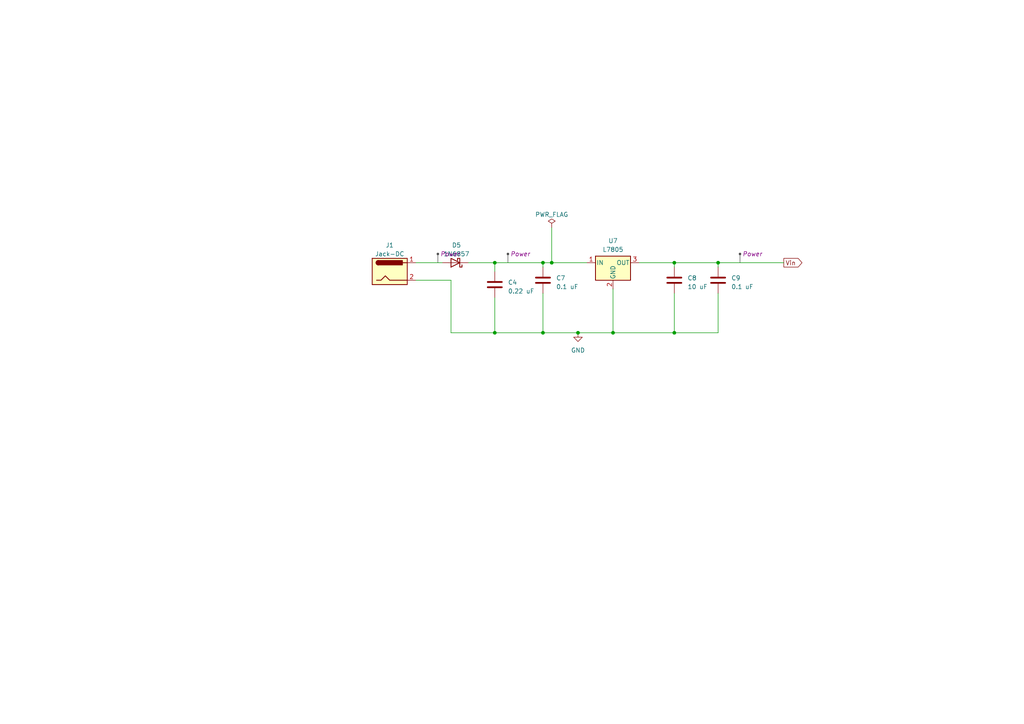
<source format=kicad_sch>
(kicad_sch (version 20230121) (generator eeschema)
  (paper "A4")
  (lib_symbols
    (symbol "Connector:Jack-DC" (pin_names (offset 1.016))
      (property "Reference" "J" (at 0 5.334 0))
      (property "Value" "Jack-DC" (at 0 -5.08 0))
      (symbol "Jack-DC_0_1"
        (rectangle (start -5.08 3.81) (end 5.08 -3.81) (stroke (width 0.254)) (fill (type background)))
        (arc (start -3.302 3.175) (mid -3.9343 2.54) (end -3.302 1.905) (stroke (width 0.254)))
        (arc (start -3.302 3.175) (mid -3.9343 2.54) (end -3.302 1.905) (stroke (width 0.254)) (fill (type outline)))
        (polyline (pts (xy 5.08 2.54) (xy 3.81 2.54)) (stroke (width 0.254)))
        (polyline (pts (xy -3.81 -2.54) (xy -2.54 -2.54) (xy -1.27 -1.27) (xy 0 -2.54) (xy 2.54 -2.54) (xy 5.08 -2.54)) (stroke (width 0.254)))
        (rectangle (start 3.683 3.175) (end -3.302 1.905) (stroke (width 0.254)) (fill (type outline)))
      )
      (symbol "Jack-DC_1_1"
        (pin passive line (at 7.62 2.54 180) (length 2.54) (name "~") (number "1"))
        (pin passive line (at 7.62 -2.54 180) (length 2.54) (name "~") (number "2"))
      )
    )
    (symbol "Device:C" (pin_numbers hide) (pin_names (offset 0.254))
      (property "Reference" "C" (at 0.635 2.54 0))
      (property "Value" "C" (at 0.635 -2.54 0))
      (symbol "C_0_1"
        (polyline (pts (xy -2.032 -0.762) (xy 2.032 -0.762)) (stroke (width 0.508)))
        (polyline (pts (xy -2.032 0.762) (xy 2.032 0.762)) (stroke (width 0.508)))
      )
      (symbol "C_1_1"
        (pin passive line (at 0 3.81 270) (length 2.794) (name "~") (number "1"))
        (pin passive line (at 0 -3.81 90) (length 2.794) (name "~") (number "2"))
      )
    )
    (symbol "Diode:1N6857" (pin_numbers hide) (pin_names (offset 1.016) hide)
      (property "Reference" "D" (at 0 2.54 0))
      (property "Value" "1N6857" (at 0 -2.54 0))
      (symbol "1N6857_0_1"
        (polyline (pts (xy 1.27 0) (xy -1.27 0)))
        (polyline (pts (xy 1.27 1.27) (xy 1.27 -1.27) (xy -1.27 0) (xy 1.27 1.27)) (stroke (width 0.254)))
        (polyline (pts (xy -1.905 0.635) (xy -1.905 1.27) (xy -1.27 1.27) (xy -1.27 -1.27) (xy -0.635 -1.27) (xy -0.635 -0.635)) (stroke (width 0.254)))
      )
      (symbol "1N6857_1_1"
        (pin passive line (at -3.81 0 0) (length 2.54) (name "K") (number "1"))
        (pin passive line (at 3.81 0 180) (length 2.54) (name "A") (number "2"))
      )
    )
    (symbol "Regulator_Linear:L7805" (pin_names (offset 0.254))
      (property "Reference" "U" (at -3.81 3.175 0))
      (property "Value" "L7805" (at 0 3.175 0))
      (symbol "L7805_0_1"
        (rectangle (start -5.08 1.905) (end 5.08 -5.08) (stroke (width 0.254)) (fill (type background)))
      )
      (symbol "L7805_1_1"
        (pin power_in line (at -7.62 0 0) (length 2.54) (name "IN") (number "1"))
        (pin power_in line (at 0 -7.62 90) (length 2.54) (name "GND") (number "2"))
        (pin power_out line (at 7.62 0 180) (length 2.54) (name "OUT") (number "3"))
      )
    )
    (symbol "power:GND" (power) (pin_names (offset 0))
      (property "Value" "GND" (at 0 -3.81 0))
      (symbol "GND_0_1"
        (polyline (pts (xy 0 0) (xy 0 -1.27) (xy 1.27 -1.27) (xy 0 -2.54) (xy -1.27 -1.27) (xy 0 -1.27)))
      )
      (symbol "GND_1_1"
        (pin power_in line (at 0 0 270) (length 0) hide (name "GND") (number "1"))
      )
    )
    (symbol "power:PWR_FLAG" (power) (pin_numbers hide) (pin_names (offset 0) hide)
      (property "Value" "PWR_FLAG" (at 0 3.81 0))
      (symbol "PWR_FLAG_0_0"
        (pin power_out line (at 0 0 90) (length 0) (name "pwr") (number "1"))
      )
      (symbol "PWR_FLAG_0_1"
        (polyline (pts (xy 0 0) (xy 0 1.27) (xy -1.016 1.905) (xy 0 2.54) (xy 1.016 1.905) (xy 0 1.27)))
      )
    )
  )
  (junction (at 157.48 96.52))
  (junction (at 195.58 76.2))
  (junction (at 177.8 96.52))
  (junction (at 157.48 76.2))
  (junction (at 143.51 76.2))
  (junction (at 208.28 76.2))
  (junction (at 143.51 96.52))
  (junction (at 167.64 96.52))
  (junction (at 160.02 76.2))
  (junction (at 195.58 96.52))
  (wire (pts (xy 160.02 76.2) (xy 170.18 76.2)))
  (wire (pts (xy 130.81 96.52) (xy 143.51 96.52)))
  (wire (pts (xy 143.51 76.2) (xy 143.51 78.74)))
  (wire (pts (xy 160.02 66.04) (xy 160.02 76.2)))
  (wire (pts (xy 130.81 81.28) (xy 130.81 96.52)))
  (wire (pts (xy 157.48 76.2) (xy 143.51 76.2)))
  (wire (pts (xy 195.58 76.2) (xy 185.42 76.2)))
  (wire (pts (xy 208.28 76.2) (xy 195.58 76.2)))
  (wire (pts (xy 143.51 96.52) (xy 157.48 96.52)))
  (wire (pts (xy 195.58 96.52) (xy 208.28 96.52)))
  (wire (pts (xy 177.8 83.82) (xy 177.8 96.52)))
  (wire (pts (xy 195.58 96.52) (xy 195.58 85.09)))
  (wire (pts (xy 120.65 76.2) (xy 128.27 76.2)))
  (wire (pts (xy 157.48 96.52) (xy 167.64 96.52)))
  (wire (pts (xy 195.58 77.47) (xy 195.58 76.2)))
  (wire (pts (xy 167.64 96.52) (xy 177.8 96.52)))
  (wire (pts (xy 143.51 86.36) (xy 143.51 96.52)))
  (wire (pts (xy 157.48 76.2) (xy 160.02 76.2)))
  (wire (pts (xy 157.48 85.09) (xy 157.48 96.52)))
  (wire (pts (xy 120.65 81.28) (xy 130.81 81.28)))
  (wire (pts (xy 208.28 76.2) (xy 227.33 76.2)))
  (wire (pts (xy 208.28 96.52) (xy 208.28 85.09)))
  (wire (pts (xy 157.48 77.47) (xy 157.48 76.2)))
  (wire (pts (xy 177.8 96.52) (xy 195.58 96.52)))
  (wire (pts (xy 135.89 76.2) (xy 143.51 76.2)))
  (wire (pts (xy 208.28 77.47) (xy 208.28 76.2)))
  (global_label "Vin" (shape output) (at 227.33 76.2 0) (property "Intersheetrefs" "${INTERSHEET_REFS}" (effects hide)))
  (netclass_flag "" (length 2.54) (shape dot) (at 147.32 76.2 0) (property "Netclass" "Power" (at 148.0185 73.66 0) (effects (font italic) (justify left))))
  (netclass_flag "" (length 2.54) (shape dot) (at 127 76.2 0) (property "Netclass" "Power" (at 127.6985 73.66 0) (effects (font italic) (justify left))))
  (netclass_flag "" (length 2.54) (shape dot) (at 214.63 76.2 0) (property "Netclass" "Power" (at 215.3285 73.66 0) (effects (font italic) (justify left))))
  (symbol (lib_id "power:GND") (at 167.64 96.52 0) (unit 1)
    (property "Reference" "#PWR011" (effects hide))
    (property "Value" "GND" (at 167.64 101.6 0))
  )
  (symbol (lib_id "Diode:1N6857") (at 132.08 76.2 180) (unit 1)
    (property "Reference" "D5" (at 132.3975 71.12 0))
    (property "Value" "1N6857" (at 132.3975 73.66 0))
    (property "Footprint" "Diode_THT:D_DO-35_SOD27_P7.62mm_Horizontal" (effects hide))
    (property "Datasheet" "https://www.microsemi.com/document-portal/doc_download/8865-lds-0040-datasheet" (effects hide))
  )
  (symbol (lib_id "Connector:Jack-DC") (at 113.03 78.74 0) (unit 1)
    (property "Reference" "J1" (at 113.03 71.12 0))
    (property "Value" "Jack-DC" (at 113.03 73.66 0))
    (property "Footprint" "Connector_BarrelJack:BarrelJack_GCT_DCJ200-10-A_Horizontal" (effects hide))
  )
  (symbol (lib_id "Device:C") (at 157.48 81.28 0) (unit 1)
    (property "Reference" "C7" (at 161.29 80.645 0) (effects (justify left)))
    (property "Value" "0.1 uF" (at 161.29 83.185 0) (effects (justify left)))
    (property "Footprint" "Capacitor_THT:C_Rect_L7.0mm_W3.5mm_P5.00mm" (effects hide))
  )
  (symbol (lib_id "Device:C") (at 195.58 81.28 0) (unit 1)
    (property "Reference" "C8" (at 199.39 80.645 0) (effects (justify left)))
    (property "Value" "10 uF" (at 199.39 83.185 0) (effects (justify left)))
    (property "Footprint" "Capacitor_THT:CP_Radial_D5.0mm_P2.50mm" (effects hide))
  )
  (symbol (lib_id "Device:C") (at 143.51 82.55 0) (unit 1)
    (property "Reference" "C4" (at 147.32 81.915 0) (effects (justify left)))
    (property "Value" "0.22 uF" (at 147.32 84.455 0) (effects (justify left)))
    (property "Footprint" "Capacitor_THT:CP_Radial_D5.0mm_P2.50mm" (effects hide))
  )
  (symbol (lib_id "Regulator_Linear:L7805") (at 177.8 76.2 0) (unit 1)
    (property "Reference" "U7" (at 177.8 69.85 0))
    (property "Value" "L7805" (at 177.8 72.39 0))
    (property "Footprint" "Package_TO_SOT_THT:TO-220-3_Vertical" (effects hide))
    (property "Datasheet" "http://www.st.com/content/ccc/resource/technical/document/datasheet/41/4f/b3/b0/12/d4/47/88/CD00000444.pdf/files/CD00000444.pdf/jcr:content/translations/en.CD00000444.pdf" (effects hide))
  )
  (symbol (lib_id "power:PWR_FLAG") (at 160.02 66.04 0) (unit 1)
    (property "Reference" "#FLG01" (effects hide))
    (property "Value" "PWR_FLAG" (at 160.02 62.23 0))
  )
  (symbol (lib_id "Device:C") (at 208.28 81.28 0) (unit 1)
    (property "Reference" "C9" (at 212.09 80.645 0) (effects (justify left)))
    (property "Value" "0.1 uF" (at 212.09 83.185 0) (effects (justify left)))
    (property "Footprint" "Capacitor_THT:C_Rect_L7.0mm_W3.5mm_P5.00mm" (effects hide))
  )
)
</source>
